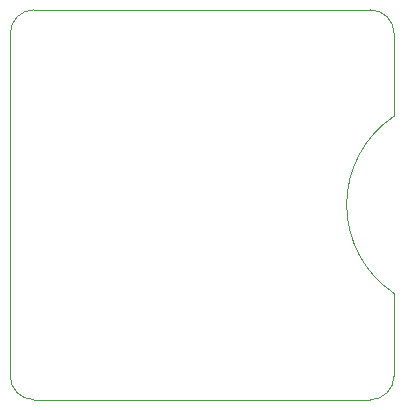
<source format=gm1>
%TF.GenerationSoftware,KiCad,Pcbnew,7.0.6*%
%TF.CreationDate,2024-09-25T21:47:57-07:00*%
%TF.ProjectId,magnetic-encoder,6d61676e-6574-4696-932d-656e636f6465,0.1*%
%TF.SameCoordinates,Original*%
%TF.FileFunction,Profile,NP*%
%FSLAX46Y46*%
G04 Gerber Fmt 4.6, Leading zero omitted, Abs format (unit mm)*
G04 Created by KiCad (PCBNEW 7.0.6) date 2024-09-25 21:47:57*
%MOMM*%
%LPD*%
G01*
G04 APERTURE LIST*
%TA.AperFunction,Profile*%
%ADD10C,0.100000*%
%TD*%
G04 APERTURE END LIST*
D10*
X89360000Y-112245000D02*
X60860000Y-112245000D01*
X91360000Y-103245000D02*
X91360000Y-110245000D01*
X91360000Y-81245000D02*
X91360000Y-88245000D01*
X60860000Y-79245000D02*
X89360000Y-79245000D01*
X58860000Y-110245000D02*
X58860000Y-81245000D01*
X91360000Y-81245000D02*
G75*
G03*
X89360000Y-79245000I-2000000J0D01*
G01*
X89360000Y-112245000D02*
G75*
G03*
X91360000Y-110245000I0J2000000D01*
G01*
X58860000Y-110245000D02*
G75*
G03*
X60860000Y-112245000I2000000J0D01*
G01*
X60860000Y-79245000D02*
G75*
G03*
X58860000Y-81245000I0J-2000000D01*
G01*
X91360000Y-88245000D02*
G75*
G03*
X91360000Y-103245000I5000000J-7500000D01*
G01*
M02*

</source>
